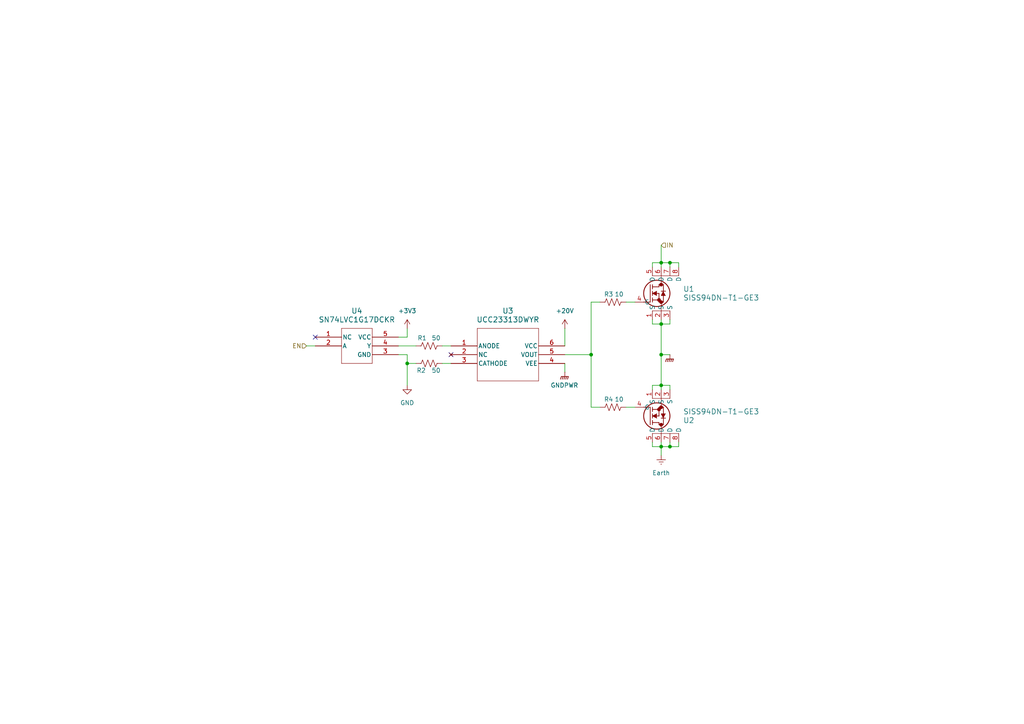
<source format=kicad_sch>
(kicad_sch (version 20231120) (generator "eeschema") (generator_version "8.0")
  (paper "A4")
  (lib_symbols
    (symbol "Buffer:SN74LVC1G17DCKR" (pin_names (offset 0.254))
      (property "Reference" "U" (at 11.176 6.35 0))
      (property "Value" "SN74LVC1G17DCKR" (at 12.954 3.81 0))
      (symbol "SN74LVC1G17DCKR_0_1"
        (polyline (pts (xy 7.62 -7.62) (xy 16.51 -7.62)) (stroke (width 0.127)))
        (polyline (pts (xy 7.62 2.54) (xy 7.62 -7.62)) (stroke (width 0.127)))
        (polyline (pts (xy 16.51 -7.62) (xy 16.51 2.54)) (stroke (width 0.127)))
        (polyline (pts (xy 16.51 2.54) (xy 7.62 2.54)) (stroke (width 0.127)))
        (pin unspecified line (at 0 0 0) (length 7.62) (name "NC") (number "1"))
        (pin input line (at 0 -2.54 0) (length 7.62) (name "A") (number "2"))
        (pin power_in line (at 24.13 -5.08 180) (length 7.62) (name "GND") (number "3"))
        (pin output line (at 24.13 -2.54 180) (length 7.62) (name "Y") (number "4"))
        (pin power_in line (at 24.13 0 180) (length 7.62) (name "VCC") (number "5"))
      )
    )
    (symbol "Device:R_US" (pin_numbers hide) (pin_names (offset 0))
      (property "Reference" "R" (at 2.54 0 90))
      (property "Value" "R_US" (at -2.54 0 90))
      (symbol "R_US_0_1"
        (polyline (pts (xy 0 -2.286) (xy 0 -2.54)))
        (polyline (pts (xy 0 2.286) (xy 0 2.54)))
        (polyline (pts (xy 0 -0.762) (xy 1.016 -1.143) (xy 0 -1.524) (xy -1.016 -1.905) (xy 0 -2.286)))
        (polyline (pts (xy 0 0.762) (xy 1.016 0.381) (xy 0 0) (xy -1.016 -0.381) (xy 0 -0.762)))
        (polyline (pts (xy 0 2.286) (xy 1.016 1.905) (xy 0 1.524) (xy -1.016 1.143) (xy 0 0.762)))
      )
      (symbol "R_US_1_1"
        (pin passive line (at 0 3.81 270) (length 1.27) (name "~") (number "1"))
        (pin passive line (at 0 -3.81 90) (length 1.27) (name "~") (number "2"))
      )
    )
    (symbol "Gate Driver:UCC23313DWYR" (pin_names (offset 0.254))
      (property "Reference" "U3" (at 16.764 8.382 0))
      (property "Value" "UCC23313DWYR" (at 16.51 6.35 0))
      (symbol "UCC23313DWYR_0_1"
        (polyline (pts (xy 7.62 -10.16) (xy 25.4 -10.16)) (stroke (width 0.127)))
        (polyline (pts (xy 7.62 5.08) (xy 7.62 -10.16)) (stroke (width 0.127)))
        (polyline (pts (xy 25.4 -10.16) (xy 25.4 5.08)) (stroke (width 0.127)))
        (polyline (pts (xy 25.4 5.08) (xy 7.62 5.08)) (stroke (width 0.127)))
        (pin input line (at 0 0 0) (length 7.62) (name "ANODE") (number "1"))
        (pin no_connect line (at 0 -2.54 0) (length 7.62) (name "NC") (number "2"))
        (pin input line (at 0 -5.08 0) (length 7.62) (name "CATHODE") (number "3"))
        (pin power_in line (at 33.02 -5.08 180) (length 7.62) (name "VEE") (number "4"))
        (pin power_in line (at 33.02 -2.54 180) (length 7.62) (name "VOUT") (number "5"))
        (pin power_in line (at 33.02 0 180) (length 7.62) (name "VCC") (number "6"))
      )
    )
    (symbol "Mosfet:SISS94DN-T1-GE3" (pin_names (offset 0.254))
      (property "Reference" "U" (at 11.43 4.445 0))
      (property "Value" "SISS94DN-T1-GE3" (at 11.43 0 0))
      (symbol "SISS94DN-T1-GE3_0_1"
        (polyline (pts (xy 2.54 0) (xy 4.445 0)) (stroke (width 0.2032)))
        (polyline (pts (xy 4.445 0) (xy 4.445 5.08)) (stroke (width 0.2032)))
        (polyline (pts (xy 5.08 -2.54) (xy 10.16 -2.54)) (stroke (width 0.127)))
        (polyline (pts (xy 5.08 0) (xy 5.08 1.27)) (stroke (width 0.2032)))
        (polyline (pts (xy 5.08 0.635) (xy 6.985 0.635)) (stroke (width 0.2032)))
        (polyline (pts (xy 5.08 1.905) (xy 5.08 3.175)) (stroke (width 0.2032)))
        (polyline (pts (xy 5.08 3.81) (xy 5.08 5.08)) (stroke (width 0.2032)))
        (polyline (pts (xy 5.08 4.445) (xy 6.985 4.445)) (stroke (width 0.2032)))
        (polyline (pts (xy 5.08 7.62) (xy 12.7 7.62)) (stroke (width 0.127)))
        (polyline (pts (xy 6.35 2.54) (xy 6.985 2.54)) (stroke (width 0.2032)))
        (polyline (pts (xy 6.985 0) (xy 6.985 2.54)) (stroke (width 0.2032)))
        (polyline (pts (xy 6.985 0) (xy 8.255 0)) (stroke (width 0.2032)))
        (polyline (pts (xy 6.985 4.445) (xy 6.985 5.08)) (stroke (width 0.2032)))
        (polyline (pts (xy 6.985 5.08) (xy 8.255 5.08)) (stroke (width 0.2032)))
        (polyline (pts (xy 7.62 -2.54) (xy 7.6454 0)) (stroke (width 0.127)))
        (polyline (pts (xy 7.62 7.62) (xy 7.62 5.08)) (stroke (width 0.127)))
        (polyline (pts (xy 8.255 0) (xy 8.255 1.905)) (stroke (width 0.2032)))
        (polyline (pts (xy 8.255 3.175) (xy 8.255 5.08)) (stroke (width 0.2032)))
        (polyline (pts (xy 8.89 3.175) (xy 7.62 3.175)) (stroke (width 0.2032)))
        (polyline (pts (xy 6.35 3.175) (xy 5.08 2.54) (xy 6.35 1.905)) (fill (type outline)))
        (polyline (pts (xy 8.89 1.905) (xy 7.62 1.905) (xy 8.255 3.175)) (fill (type outline)))
        (circle (center 6.35 2.54) (radius 3.81) (stroke (width 0.254)))
        (circle (center 6.985 0.635) (radius 0.0254) (stroke (width 0.508)))
        (circle (center 7.62 0) (radius 0.0254) (stroke (width 0.508)))
        (circle (center 7.62 5.08) (radius 0.0254) (stroke (width 0.508)))
        (pin unspecified line (at 5.08 -5.08 90) (length 2.54) (name "S") (number "1"))
        (pin unspecified line (at 7.62 -5.08 90) (length 2.54) (name "S") (number "2"))
        (pin unspecified line (at 10.16 -5.08 90) (length 2.54) (name "S") (number "3"))
        (pin unspecified line (at 0 0 0) (length 2.54) (name "G") (number "4"))
        (pin unspecified line (at 5.08 10.16 270) (length 2.54) (name "D") (number "5"))
        (pin unspecified line (at 7.62 10.16 270) (length 2.54) (name "D") (number "6"))
        (pin unspecified line (at 10.16 10.16 270) (length 2.54) (name "D") (number "7"))
        (pin unspecified line (at 12.7 10.16 270) (length 2.54) (name "D") (number "8"))
      )
    )
    (symbol "power:+15V" (power) (pin_numbers hide) (pin_names (offset 0) hide)
      (property "Value" "+15V" (at 0 3.556 0))
      (symbol "+15V_0_1"
        (polyline (pts (xy -0.762 1.27) (xy 0 2.54)))
        (polyline (pts (xy 0 0) (xy 0 2.54)))
        (polyline (pts (xy 0 2.54) (xy 0.762 1.27)))
      )
      (symbol "+15V_1_1"
        (pin power_in line (at 0 0 90) (length 0) (name "~") (number "1"))
      )
    )
    (symbol "power:+3V3" (power) (pin_numbers hide) (pin_names (offset 0) hide)
      (property "Value" "+3V3" (at 0 3.556 0))
      (symbol "+3V3_0_1"
        (polyline (pts (xy -0.762 1.27) (xy 0 2.54)))
        (polyline (pts (xy 0 0) (xy 0 2.54)))
        (polyline (pts (xy 0 2.54) (xy 0.762 1.27)))
      )
      (symbol "+3V3_1_1"
        (pin power_in line (at 0 0 90) (length 0) (name "~") (number "1"))
      )
    )
    (symbol "power:Earth" (power) (pin_numbers hide) (pin_names (offset 0) hide)
      (property "Value" "Earth" (at 0 -3.81 0))
      (symbol "Earth_0_1"
        (polyline (pts (xy -0.635 -1.905) (xy 0.635 -1.905)))
        (polyline (pts (xy -0.127 -2.54) (xy 0.127 -2.54)))
        (polyline (pts (xy 0 -1.27) (xy 0 0)))
        (polyline (pts (xy 1.27 -1.27) (xy -1.27 -1.27)))
      )
      (symbol "Earth_1_1"
        (pin power_in line (at 0 0 270) (length 0) (name "~") (number "1"))
      )
    )
    (symbol "power:GND" (power) (pin_numbers hide) (pin_names (offset 0) hide)
      (property "Value" "GND" (at 0 -3.81 0))
      (symbol "GND_0_1"
        (polyline (pts (xy 0 0) (xy 0 -1.27) (xy 1.27 -1.27) (xy 0 -2.54) (xy -1.27 -1.27) (xy 0 -1.27)))
      )
      (symbol "GND_1_1"
        (pin power_in line (at 0 0 270) (length 0) (name "~") (number "1"))
      )
    )
    (symbol "power:GNDPWR" (power) (pin_numbers hide) (pin_names (offset 0) hide)
      (property "Value" "GNDPWR" (at 0 -3.302 0))
      (symbol "GNDPWR_0_1"
        (polyline (pts (xy 0 -1.27) (xy 0 0)))
        (polyline (pts (xy -1.016 -1.27) (xy -1.27 -2.032) (xy -1.27 -2.032)) (stroke (width 0.2032)))
        (polyline (pts (xy -0.508 -1.27) (xy -0.762 -2.032) (xy -0.762 -2.032)) (stroke (width 0.2032)))
        (polyline (pts (xy 0 -1.27) (xy -0.254 -2.032) (xy -0.254 -2.032)) (stroke (width 0.2032)))
        (polyline (pts (xy 0.508 -1.27) (xy 0.254 -2.032) (xy 0.254 -2.032)) (stroke (width 0.2032)))
        (polyline (pts (xy 1.016 -1.27) (xy -1.016 -1.27) (xy -1.016 -1.27)) (stroke (width 0.2032)))
        (polyline (pts (xy 1.016 -1.27) (xy 0.762 -2.032) (xy 0.762 -2.032) (xy 0.762 -2.032)) (stroke (width 0.2032)))
      )
      (symbol "GNDPWR_1_1"
        (pin power_in line (at 0 0 270) (length 0) (name "~") (number "1"))
      )
    )
  )
  (junction (at 194.31 129.54))
  (junction (at 191.77 76.2))
  (junction (at 194.31 76.2))
  (junction (at 171.45 102.87))
  (junction (at 191.77 111.76))
  (junction (at 191.77 129.54))
  (junction (at 191.77 102.87))
  (junction (at 191.77 93.98))
  (junction (at 118.11 105.41))
  (no_connect (at 130.81 102.87))
  (no_connect (at 91.44 97.79))
  (wire (pts (xy 194.31 128.27) (xy 194.31 129.54)))
  (wire (pts (xy 191.77 129.54) (xy 194.31 129.54)))
  (wire (pts (xy 191.77 93.98) (xy 191.77 102.87)))
  (wire (pts (xy 173.99 87.63) (xy 171.45 87.63)))
  (wire (pts (xy 171.45 118.11) (xy 173.99 118.11)))
  (wire (pts (xy 189.23 129.54) (xy 191.77 129.54)))
  (wire (pts (xy 163.83 102.87) (xy 171.45 102.87)))
  (wire (pts (xy 194.31 129.54) (xy 196.85 129.54)))
  (wire (pts (xy 194.31 111.76) (xy 194.31 113.03)))
  (wire (pts (xy 189.23 92.71) (xy 189.23 93.98)))
  (wire (pts (xy 194.31 92.71) (xy 194.31 93.98)))
  (wire (pts (xy 163.83 105.41) (xy 163.83 107.95)))
  (wire (pts (xy 189.23 76.2) (xy 191.77 76.2)))
  (wire (pts (xy 189.23 113.03) (xy 189.23 111.76)))
  (wire (pts (xy 191.77 93.98) (xy 194.31 93.98)))
  (wire (pts (xy 191.77 111.76) (xy 191.77 113.03)))
  (wire (pts (xy 191.77 71.12) (xy 191.77 76.2)))
  (wire (pts (xy 128.27 105.41) (xy 130.81 105.41)))
  (wire (pts (xy 196.85 76.2) (xy 196.85 77.47)))
  (wire (pts (xy 189.23 111.76) (xy 191.77 111.76)))
  (wire (pts (xy 88.9 100.33) (xy 91.44 100.33)))
  (wire (pts (xy 118.11 105.41) (xy 120.65 105.41)))
  (wire (pts (xy 184.15 118.11) (xy 181.61 118.11)))
  (wire (pts (xy 118.11 102.87) (xy 118.11 105.41)))
  (wire (pts (xy 191.77 93.98) (xy 191.77 92.71)))
  (wire (pts (xy 189.23 128.27) (xy 189.23 129.54)))
  (wire (pts (xy 118.11 97.79) (xy 115.57 97.79)))
  (wire (pts (xy 189.23 93.98) (xy 191.77 93.98)))
  (wire (pts (xy 163.83 95.25) (xy 163.83 100.33)))
  (wire (pts (xy 171.45 87.63) (xy 171.45 102.87)))
  (wire (pts (xy 171.45 102.87) (xy 171.45 118.11)))
  (wire (pts (xy 118.11 95.25) (xy 118.11 97.79)))
  (wire (pts (xy 196.85 129.54) (xy 196.85 128.27)))
  (wire (pts (xy 191.77 128.27) (xy 191.77 129.54)))
  (wire (pts (xy 194.31 76.2) (xy 196.85 76.2)))
  (wire (pts (xy 191.77 129.54) (xy 191.77 132.08)))
  (wire (pts (xy 189.23 77.47) (xy 189.23 76.2)))
  (wire (pts (xy 191.77 76.2) (xy 191.77 77.47)))
  (wire (pts (xy 191.77 76.2) (xy 194.31 76.2)))
  (wire (pts (xy 191.77 111.76) (xy 194.31 111.76)))
  (wire (pts (xy 115.57 100.33) (xy 120.65 100.33)))
  (wire (pts (xy 118.11 105.41) (xy 118.11 111.76)))
  (wire (pts (xy 191.77 102.87) (xy 194.31 102.87)))
  (wire (pts (xy 191.77 102.87) (xy 191.77 111.76)))
  (wire (pts (xy 115.57 102.87) (xy 118.11 102.87)))
  (wire (pts (xy 128.27 100.33) (xy 130.81 100.33)))
  (wire (pts (xy 194.31 76.2) (xy 194.31 77.47)))
  (wire (pts (xy 181.61 87.63) (xy 184.15 87.63)))
  (hierarchical_label "EN" (shape input) (at 88.9 100.33 180))
  (hierarchical_label "IN" (shape input) (at 191.77 71.12 0))
  (symbol (lib_id "power:Earth") (at 191.77 132.08 0) (unit 1)
    (property "Reference" "#PWR015" (effects (hide yes)))
    (property "Value" "Earth" (at 191.77 137.16 0))
    (property "Description" "Power symbol creates a global label with name \"Earth\"" (effects (hide yes)))
    (instances (project "" (path "" (reference "#PWR01") (unit 1)) (path "" (reference "#PWR021") (unit 1)) (path "" (reference "#PWR027") (unit 1)) (path "" (reference "#PWR039") (unit 1)) (path "" (reference "#PWR051") (unit 1)) (path "" (reference "#PWR033") (unit 1)) (path "" (reference "#PWR015") (unit 1)) (path "" (reference "#PWR045") (unit 1))))
  )
  (symbol (lib_id "power:GNDPWR") (at 194.31 102.87 0) (unit 1)
    (property "Reference" "#PWR016" (effects (hide yes)))
    (property "Value" "GNDPWR" (effects (hide yes)))
    (property "Description" "Power symbol creates a global label with name \"GNDPWR\" , global ground" (effects (hide yes)))
    (instances (project "" (path "" (reference "#PWR03") (unit 1)) (path "" (reference "#PWR022") (unit 1)) (path "" (reference "#PWR028") (unit 1)) (path "" (reference "#PWR040") (unit 1)) (path "" (reference "#PWR052") (unit 1)) (path "" (reference "#PWR034") (unit 1)) (path "" (reference "#PWR016") (unit 1)) (path "" (reference "#PWR046") (unit 1))))
  )
  (symbol (lib_id "power:GNDPWR") (at 163.83 107.95 0) (unit 1)
    (property "Reference" "#PWR014" (effects (hide yes)))
    (property "Value" "GNDPWR" (at 163.703 111.76 0))
    (property "Description" "Power symbol creates a global label with name \"GNDPWR\" , global ground" (effects (hide yes)))
    (instances (project "" (path "" (reference "#PWR02") (unit 1)) (path "" (reference "#PWR020") (unit 1)) (path "" (reference "#PWR026") (unit 1)) (path "" (reference "#PWR038") (unit 1)) (path "" (reference "#PWR050") (unit 1)) (path "" (reference "#PWR032") (unit 1)) (path "" (reference "#PWR014") (unit 1)) (path "" (reference "#PWR044") (unit 1))))
  )
  (symbol (lib_id "Device:R_US") (at 177.8 87.63 90) (unit 1)
    (property "Reference" "R3" (at 176.53 85.344 90))
    (property "Value" "10" (at 179.578 85.344 90))
    (property "Footprint" "Resistor_SMD:R_0603_1608Metric_Pad0.98x0.95mm_HandSolder" (effects (hide yes)))
    (property "Description" "Resistor, US symbol" (effects (hide yes)))
    (instances (project "bidirectional_load_switch" (path "" (reference "R3") (unit 1)) (path "" (reference "R11") (unit 1)) (path "" (reference "R15") (unit 1)) (path "" (reference "R23") (unit 1)) (path "" (reference "R39") (unit 1)) (path "" (reference "R19") (unit 1)) (path "" (reference "R7") (unit 1)) (path "" (reference "R35") (unit 1))))
  )
  (symbol (lib_id "Gate Driver:UCC23313DWYR") (at 130.81 100.33 0) (unit 1)
    (property "Reference" "U3" (at 147.32 90.17 0) (effects (font (size 1.524 1.524))))
    (property "Value" "UCC23313DWYR" (at 147.32 92.71 0) (effects (font (size 1.524 1.524))))
    (property "Footprint" "Gate Driver:SOIC6_DWY_TEX" (effects (hide yes)))
    (property "Datasheet" "UCC23313DWYR" (effects (hide yes)))
    (instances (project "bidirectional_load_switch" (path "" (reference "U3") (unit 1)) (path "" (reference "U10") (unit 1)) (path "" (reference "U14") (unit 1)) (path "" (reference "U22") (unit 1)) (path "" (reference "U30") (unit 1)) (path "" (reference "U18") (unit 1)) (path "" (reference "U6") (unit 1)) (path "" (reference "U26") (unit 1))))
  )
  (symbol (lib_id "Mosfet:SISS94DN-T1-GE3") (at 184.15 118.11 0) (mirror x) (unit 1)
    (property "Reference" "U2" (at 198.12 121.9201 0) (effects (font (size 1.524 1.524)) (justify left)))
    (property "Value" "SISS94DN-T1-GE3" (at 198.12 119.3801 0) (effects (font (size 1.524 1.524)) (justify left)))
    (property "Footprint" "Switching Mosfet:MOSFET_3DN-T1-GE3_VIS" (effects (hide yes)))
    (property "Datasheet" "SISS94DN-T1-GE3" (effects (hide yes)))
    (instances (project "bidirectional_load_switch" (path "" (reference "U2") (unit 1)) (path "" (reference "U12") (unit 1)) (path "" (reference "U16") (unit 1)) (path "" (reference "U24") (unit 1)) (path "" (reference "U32") (unit 1)) (path "" (reference "U20") (unit 1)) (path "" (reference "U8") (unit 1)) (path "" (reference "U28") (unit 1))))
  )
  (symbol (lib_id "Buffer:SN74LVC1G17DCKR") (at 91.44 97.79 0) (unit 1)
    (property "Reference" "U4" (at 103.505 90.17 0) (effects (font (size 1.524 1.524))))
    (property "Value" "SN74LVC1G17DCKR" (at 103.505 92.71 0) (effects (font (size 1.524 1.524))))
    (property "Footprint" "Buffer:DCK5" (effects (hide yes)))
    (property "Datasheet" "SN74LVC1G17DCKR" (effects (hide yes)))
    (instances (project "bidirectional_load_switch" (path "" (reference "U4") (unit 1)) (path "" (reference "U9") (unit 1)) (path "" (reference "U13") (unit 1)) (path "" (reference "U21") (unit 1)) (path "" (reference "U29") (unit 1)) (path "" (reference "U17") (unit 1)) (path "" (reference "U5") (unit 1)) (path "" (reference "U25") (unit 1))))
  )
  (symbol (lib_id "Mosfet:SISS94DN-T1-GE3") (at 184.15 87.63 0) (unit 1)
    (property "Reference" "U1" (at 198.12 83.8199 0) (effects (font (size 1.524 1.524)) (justify left)))
    (property "Value" "SISS94DN-T1-GE3" (at 198.12 86.3599 0) (effects (font (size 1.524 1.524)) (justify left)))
    (property "Footprint" "Switching Mosfet:MOSFET_3DN-T1-GE3_VIS" (effects (hide yes)))
    (property "Datasheet" "SISS94DN-T1-GE3" (effects (hide yes)))
    (instances (project "bidirectional_load_switch" (path "" (reference "U1") (unit 1)) (path "" (reference "U11") (unit 1)) (path "" (reference "U15") (unit 1)) (path "" (reference "U23") (unit 1)) (path "" (reference "U31") (unit 1)) (path "" (reference "U19") (unit 1)) (path "" (reference "U7") (unit 1)) (path "" (reference "U27") (unit 1))))
  )
  (symbol (lib_id "power:GND") (at 118.11 111.76 0) (unit 1)
    (property "Reference" "#PWR0101" (effects (hide yes)))
    (property "Value" "GND" (at 118.11 116.84 0))
    (property "Description" "Power symbol creates a global label with name \"GND\" , ground" (effects (hide yes)))
    (instances (project "bidirectional_load_switch" (path "" (reference "#PWR0101") (unit 1)) (path "" (reference "#PWR018") (unit 1)) (path "" (reference "#PWR024") (unit 1)) (path "" (reference "#PWR036") (unit 1)) (path "" (reference "#PWR048") (unit 1)) (path "" (reference "#PWR030") (unit 1)) (path "" (reference "#PWR012") (unit 1)) (path "" (reference "#PWR042") (unit 1))))
  )
  (symbol (lib_id "Device:R_US") (at 124.46 105.41 90) (unit 1)
    (property "Reference" "R2" (at 122.174 107.442 90))
    (property "Value" "50" (at 126.492 107.442 90))
    (property "Footprint" "Resistor_SMD:R_0402_1005Metric_Pad0.72x0.64mm_HandSolder" (effects (hide yes)))
    (property "Description" "Resistor, US symbol" (effects (hide yes)))
    (instances (project "bidirectional_load_switch" (path "" (reference "R2") (unit 1)) (path "" (reference "R10") (unit 1)) (path "" (reference "R14") (unit 1)) (path "" (reference "R22") (unit 1)) (path "" (reference "R38") (unit 1)) (path "" (reference "R18") (unit 1)) (path "" (reference "R6") (unit 1)) (path "" (reference "R34") (unit 1))))
  )
  (symbol (lib_id "power:+3V3") (at 118.11 95.25 0) (unit 1)
    (property "Reference" "#PWR05" (effects (hide yes)))
    (property "Value" "+3V3" (at 118.11 90.17 0))
    (property "Description" "Power symbol creates a global label with name \"+3V3\"" (effects (hide yes)))
    (instances (project "bidirectional_load_switch" (path "" (reference "#PWR05") (unit 1)) (path "" (reference "#PWR017") (unit 1)) (path "" (reference "#PWR023") (unit 1)) (path "" (reference "#PWR035") (unit 1)) (path "" (reference "#PWR047") (unit 1)) (path "" (reference "#PWR029") (unit 1)) (path "" (reference "#PWR011") (unit 1)) (path "" (reference "#PWR041") (unit 1))))
  )
  (symbol (lib_id "Device:R_US") (at 177.8 118.11 90) (unit 1)
    (property "Reference" "R4" (at 176.53 115.824 90))
    (property "Value" "10" (at 179.578 115.824 90))
    (property "Footprint" "Resistor_SMD:R_0603_1608Metric_Pad0.98x0.95mm_HandSolder" (effects (hide yes)))
    (property "Description" "Resistor, US symbol" (effects (hide yes)))
    (instances (project "bidirectional_load_switch" (path "" (reference "R4") (unit 1)) (path "" (reference "R12") (unit 1)) (path "" (reference "R16") (unit 1)) (path "" (reference "R24") (unit 1)) (path "" (reference "R40") (unit 1)) (path "" (reference "R20") (unit 1)) (path "" (reference "R8") (unit 1)) (path "" (reference "R36") (unit 1))))
  )
  (symbol (lib_id "power:+15V") (at 163.83 95.25 0) (unit 1)
    (property "Reference" "#PWR010" (effects (hide yes)))
    (property "Value" "+20V" (at 163.83 90.17 0))
    (property "Description" "Power symbol creates a global label with name \"+15V\"" (effects (hide yes)))
    (instances (project "bidirectional_load_switch" (path "" (reference "#PWR010") (unit 1)) (path "" (reference "#PWR019") (unit 1)) (path "" (reference "#PWR025") (unit 1)) (path "" (reference "#PWR037") (unit 1)) (path "" (reference "#PWR049") (unit 1)) (path "" (reference "#PWR031") (unit 1)) (path "" (reference "#PWR013") (unit 1)) (path "" (reference "#PWR043") (unit 1))))
  )
  (symbol (lib_id "Device:R_US") (at 124.46 100.33 90) (unit 1)
    (property "Reference" "R1" (at 122.428 98.044 90))
    (property "Value" "50" (at 126.492 98.044 90))
    (property "Footprint" "Resistor_SMD:R_0402_1005Metric_Pad0.72x0.64mm_HandSolder" (effects (hide yes)))
    (property "Description" "Resistor, US symbol" (effects (hide yes)))
    (instances (project "bidirectional_load_switch" (path "" (reference "R1") (unit 1)) (path "" (reference "R9") (unit 1)) (path "" (reference "R13") (unit 1)) (path "" (reference "R21") (unit 1)) (path "" (reference "R37") (unit 1)) (path "" (reference "R17") (unit 1)) (path "" (reference "R5") (unit 1)) (path "" (reference "R33") (unit 1))))
  )
)
</source>
